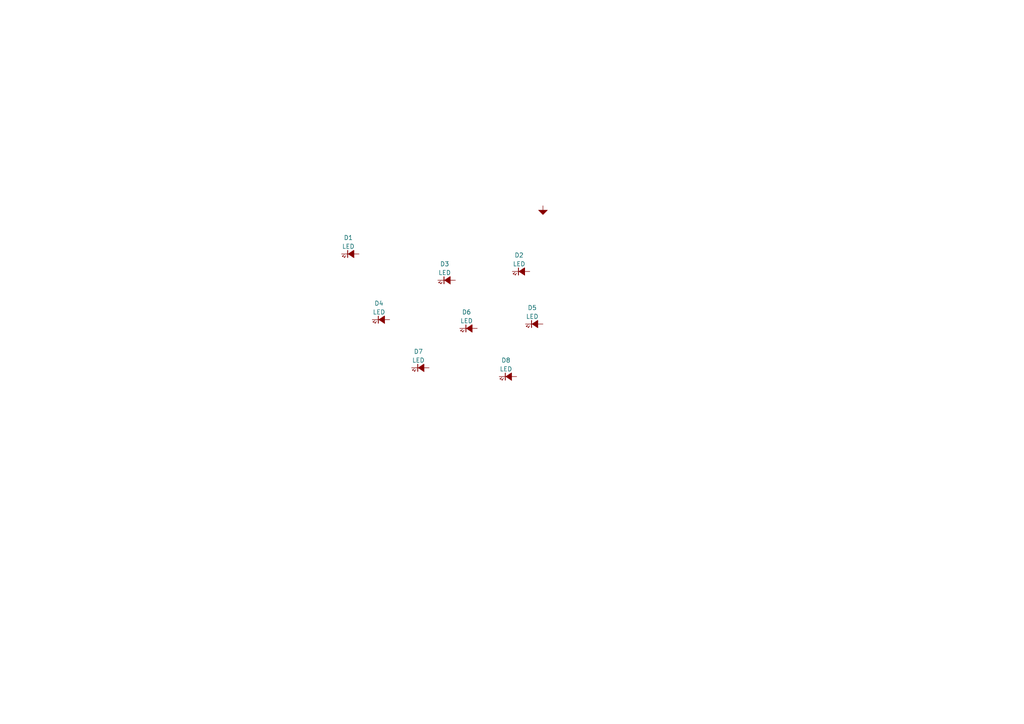
<source format=kicad_sch>
(kicad_sch (version 20211123) (generator eeschema)
  (paper "A4")
  (lib_symbols
    (symbol "Alpenglow:GND" (power) (pin_numbers hide) (pin_names (offset 0) hide) (in_bom no)
      (symbol "GND_0_1"
        (polyline (pts (xy 0 0) (xy 0 -1.27) (xy 1.27 -1.27) (xy 0 -2.54) (xy -1.27 -1.27) (xy 0 -1.27)) (fill (type outline)))
      )
      (symbol "GND_1_1"
        (pin power_in line (at 0 0 270) (length 0) hide (name "GND") (number "1"))
      )
    )
    (symbol "Alpenglow:LED" (pin_numbers hide) (pin_names (offset 0.254) hide)
      (property "Reference" "D" (at -1.27 3.175 0))
      (property "Value" "LED" (at -4.445 -2.54 0))
      (symbol "LED_0_1"
        (polyline (pts (xy -0.762 -1.016) (xy -0.762 1.016)) (stroke (width 0.254)))
        (polyline (pts (xy 1.016 0) (xy -0.762 0)))
        (polyline (pts (xy 1.016 -1.016) (xy -0.508 0) (xy 1.016 1.016) (xy 1.016 -1.016)) (stroke (width 0.254)) (fill (type outline)))
        (polyline (pts (xy -1.778 -0.254) (xy -2.286 -0.762) (xy -2.286 -0.508) (xy -2.286 -0.762) (xy -2.032 -0.762)))
        (polyline (pts (xy -1.27 -0.508) (xy -1.778 -1.016) (xy -1.778 -0.762) (xy -1.778 -1.016) (xy -1.524 -1.016)))
      )
      (symbol "LED_1_1"
        (pin passive line (at -2.54 0 0) (length 1.778) (name "K") (number "1"))
        (pin passive line (at 2.54 0 180) (length 1.778) (name "A") (number "2"))
      )
    )
  )
  (symbol (lib_id "Alpenglow:LED") (at 154.94 93.98 0) (unit 1)
    (property "Reference" "D5" (at 154.3685 89.2642 0))
    (property "Value" "LED" (at 154.3685 91.8011 0))
    (property "Footprint" "Alpenglow:LED_1206+" (effects hide))
  )
  (symbol (lib_id "Alpenglow:LED") (at 121.92 106.68 0) (unit 1)
    (property "Reference" "D7" (at 121.3485 101.9642 0))
    (property "Value" "LED" (at 121.3485 104.5011 0))
    (property "Footprint" "Alpenglow:LED_1206+" (effects hide))
  )
  (symbol (lib_id "Alpenglow:GND") (at 157.48 59.69 0) (unit 1) (in_bom no)
    (property "Reference" "#PWR01" (effects hide))
    (property "Value" "GND" (effects hide))
  )
  (symbol (lib_id "Alpenglow:LED") (at 135.89 95.25 0) (unit 1)
    (property "Reference" "D6" (at 135.3185 90.5342 0))
    (property "Value" "LED" (at 135.3185 93.0711 0))
    (property "Footprint" "Alpenglow:LED_1206+" (effects hide))
  )
  (symbol (lib_id "Alpenglow:LED") (at 151.13 78.74 0) (unit 1)
    (property "Reference" "D2" (at 150.5585 74.0242 0))
    (property "Value" "LED" (at 150.5585 76.5611 0))
    (property "Footprint" "Alpenglow:LED_1206+" (effects hide))
  )
  (symbol (lib_id "Alpenglow:LED") (at 101.6 73.66 0) (unit 1)
    (property "Reference" "D1" (at 101.0285 68.9442 0))
    (property "Value" "LED" (at 101.0285 71.4811 0))
    (property "Footprint" "Alpenglow:LED_1206+" (effects hide))
  )
  (symbol (lib_id "Alpenglow:LED") (at 129.54 81.28 0) (unit 1)
    (property "Reference" "D3" (at 128.9685 76.5642 0))
    (property "Value" "LED" (at 128.9685 79.1011 0))
    (property "Footprint" "Alpenglow:LED_1206+" (effects hide))
  )
  (symbol (lib_id "Alpenglow:LED") (at 147.32 109.22 0) (unit 1)
    (property "Reference" "D8" (at 146.7485 104.5042 0))
    (property "Value" "LED" (at 146.7485 107.0411 0))
    (property "Footprint" "Alpenglow:LED_1206+" (effects hide))
  )
  (symbol (lib_id "Alpenglow:LED") (at 110.49 92.71 0) (unit 1)
    (property "Reference" "D4" (at 109.9185 87.9942 0))
    (property "Value" "LED" (at 109.9185 90.5311 0))
    (property "Footprint" "Alpenglow:LED_1206+" (effects hide))
  )
)
</source>
